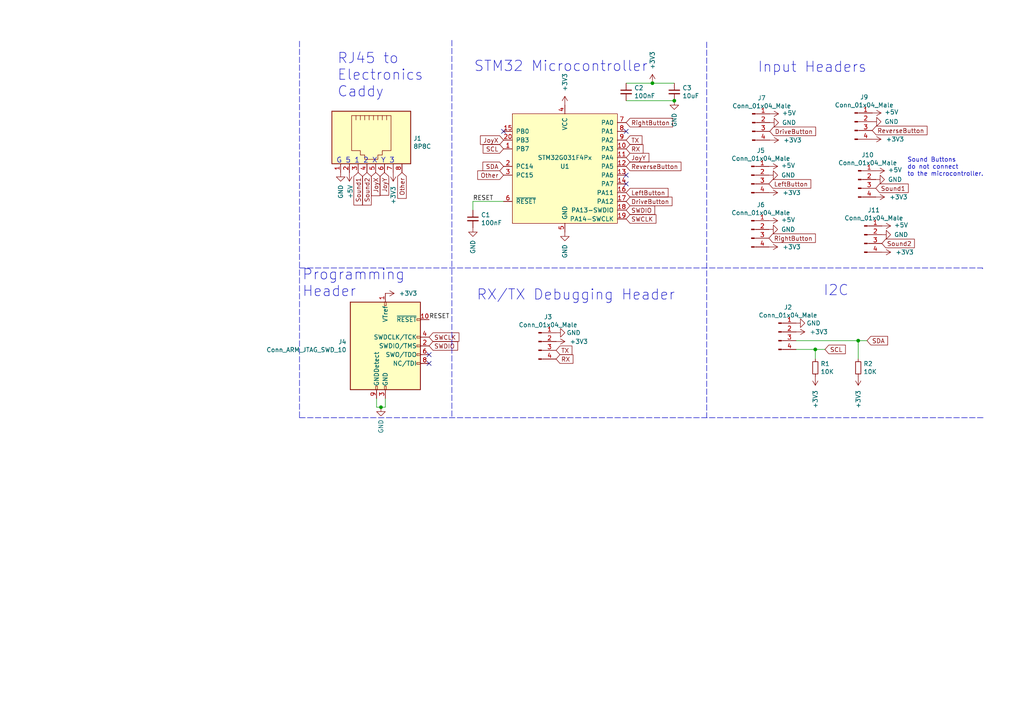
<source format=kicad_sch>
(kicad_sch (version 20211123) (generator eeschema)
  (paper "A4")
  (lib_symbols
    (symbol "Connector:8P8C" (pin_names (offset 1.016))
      (property "Reference" "J" (at -5.08 13.97 0))
      (property "Value" "8P8C" (at 2.54 13.97 0))
      (symbol "8P8C_0_1"
        (polyline (pts (xy -5.08 4.445) (xy -6.35 4.445)))
        (polyline (pts (xy -5.08 5.715) (xy -6.35 5.715)))
        (polyline (pts (xy -6.35 -3.175) (xy -5.08 -3.175) (xy -5.08 -3.175)))
        (polyline (pts (xy -6.35 -1.905) (xy -5.08 -1.905) (xy -5.08 -1.905)))
        (polyline (pts (xy -6.35 -0.635) (xy -5.08 -0.635) (xy -5.08 -0.635)))
        (polyline (pts (xy -6.35 0.635) (xy -5.08 0.635) (xy -5.08 0.635)))
        (polyline (pts (xy -6.35 1.905) (xy -5.08 1.905) (xy -5.08 1.905)))
        (polyline (pts (xy -5.08 3.175) (xy -6.35 3.175) (xy -6.35 3.175)))
        (polyline (pts (xy -6.35 -4.445) (xy -6.35 6.985) (xy 3.81 6.985) (xy 3.81 4.445) (xy 5.08 4.445) (xy 5.08 3.175) (xy 6.35 3.175) (xy 6.35 -0.635) (xy 5.08 -0.635) (xy 5.08 -1.905) (xy 3.81 -1.905) (xy 3.81 -4.445) (xy -6.35 -4.445) (xy -6.35 -4.445)))
        (rectangle (start 7.62 12.7) (end -7.62 -10.16) (stroke (width 0.254)) (fill (type background)))
      )
      (symbol "8P8C_1_1"
        (pin passive line (at 10.16 -7.62 180) (length 2.54) (name "~") (number "1"))
        (pin passive line (at 10.16 -5.08 180) (length 2.54) (name "~") (number "2"))
        (pin passive line (at 10.16 -2.54 180) (length 2.54) (name "~") (number "3"))
        (pin passive line (at 10.16 0 180) (length 2.54) (name "~") (number "4"))
        (pin passive line (at 10.16 2.54 180) (length 2.54) (name "~") (number "5"))
        (pin passive line (at 10.16 5.08 180) (length 2.54) (name "~") (number "6"))
        (pin passive line (at 10.16 7.62 180) (length 2.54) (name "~") (number "7"))
        (pin passive line (at 10.16 10.16 180) (length 2.54) (name "~") (number "8"))
      )
    )
    (symbol "Connector:Conn_01x04_Male" (pin_names (offset 1.016) hide)
      (property "Reference" "J" (at 0 5.08 0))
      (property "Value" "Conn_01x04_Male" (at 0 -7.62 0))
      (symbol "Conn_01x04_Male_1_1"
        (polyline (pts (xy 1.27 -5.08) (xy 0.8636 -5.08)) (stroke (width 0.1524)))
        (polyline (pts (xy 1.27 -2.54) (xy 0.8636 -2.54)) (stroke (width 0.1524)))
        (polyline (pts (xy 1.27 0) (xy 0.8636 0)) (stroke (width 0.1524)))
        (polyline (pts (xy 1.27 2.54) (xy 0.8636 2.54)) (stroke (width 0.1524)))
        (rectangle (start 0.8636 -4.953) (end 0 -5.207) (stroke (width 0.1524)) (fill (type outline)))
        (rectangle (start 0.8636 -2.413) (end 0 -2.667) (stroke (width 0.1524)) (fill (type outline)))
        (rectangle (start 0.8636 0.127) (end 0 -0.127) (stroke (width 0.1524)) (fill (type outline)))
        (rectangle (start 0.8636 2.667) (end 0 2.413) (stroke (width 0.1524)) (fill (type outline)))
        (pin passive line (at 5.08 2.54 180) (length 3.81) (name "Pin_1") (number "1"))
        (pin passive line (at 5.08 0 180) (length 3.81) (name "Pin_2") (number "2"))
        (pin passive line (at 5.08 -2.54 180) (length 3.81) (name "Pin_3") (number "3"))
        (pin passive line (at 5.08 -5.08 180) (length 3.81) (name "Pin_4") (number "4"))
      )
    )
    (symbol "Connector:Conn_ARM_JTAG_SWD_10" (pin_names (offset 1.016))
      (property "Reference" "J" (at -2.54 16.51 0))
      (property "Value" "Conn_ARM_JTAG_SWD_10" (at -2.54 13.97 0))
      (symbol "Conn_ARM_JTAG_SWD_10_0_1"
        (rectangle (start -10.16 12.7) (end 10.16 -12.7) (stroke (width 0.254)) (fill (type background)))
        (rectangle (start -2.794 -12.7) (end -2.286 -11.684))
        (rectangle (start -0.254 -12.7) (end 0.254 -11.684))
        (rectangle (start -0.254 12.7) (end 0.254 11.684))
        (rectangle (start 9.144 2.286) (end 10.16 2.794))
        (rectangle (start 10.16 -2.794) (end 9.144 -2.286))
        (rectangle (start 10.16 -0.254) (end 9.144 0.254))
        (rectangle (start 10.16 7.874) (end 9.144 7.366))
      )
      (symbol "Conn_ARM_JTAG_SWD_10_1_1"
        (rectangle (start 9.144 -5.334) (end 10.16 -4.826))
        (pin power_in line (at 0 15.24 270) (length 2.54) (name "VTref") (number "1"))
        (pin open_collector line (at 12.7 7.62 180) (length 2.54) (name "~{RESET}") (number "10"))
        (pin bidirectional line (at 12.7 0 180) (length 2.54) (name "SWDIO/TMS") (number "2"))
        (pin power_in line (at 0 -15.24 90) (length 2.54) (name "GND") (number "3"))
        (pin output line (at 12.7 2.54 180) (length 2.54) (name "SWDCLK/TCK") (number "4"))
        (pin passive line (at 0 -15.24 90) (length 2.54) hide (name "GND") (number "5"))
        (pin input line (at 12.7 -2.54 180) (length 2.54) (name "SWO/TDO") (number "6"))
        (pin no_connect line (at -10.16 0 0) (length 2.54) hide (name "KEY") (number "7"))
        (pin output line (at 12.7 -5.08 180) (length 2.54) (name "NC/TDI") (number "8"))
        (pin passive line (at -2.54 -15.24 90) (length 2.54) (name "GNDDetect") (number "9"))
      )
    )
    (symbol "Device:C_Small" (pin_numbers hide) (pin_names (offset 0.254) hide)
      (property "Reference" "C" (at 0.254 1.778 0))
      (property "Value" "C_Small" (at 0.254 -2.032 0))
      (symbol "C_Small_0_1"
        (polyline (pts (xy -1.524 -0.508) (xy 1.524 -0.508)) (stroke (width 0.3302)))
        (polyline (pts (xy -1.524 0.508) (xy 1.524 0.508)) (stroke (width 0.3048)))
      )
      (symbol "C_Small_1_1"
        (pin passive line (at 0 2.54 270) (length 2.032) (name "~") (number "1"))
        (pin passive line (at 0 -2.54 90) (length 2.032) (name "~") (number "2"))
      )
    )
    (symbol "Device:R_Small" (pin_numbers hide) (pin_names (offset 0.254) hide)
      (property "Reference" "R" (at 0.762 0.508 0))
      (property "Value" "R_Small" (at 0.762 -1.016 0))
      (symbol "R_Small_0_1"
        (rectangle (start -0.762 1.778) (end 0.762 -1.778) (stroke (width 0.2032)))
      )
      (symbol "R_Small_1_1"
        (pin passive line (at 0 2.54 270) (length 0.762) (name "~") (number "1"))
        (pin passive line (at 0 -2.54 90) (length 0.762) (name "~") (number "2"))
      )
    )
    (symbol "STM32:STM32G031F4Px" (pin_names (offset 1.016))
      (property "Reference" "U" (at 0 0 0))
      (property "Value" "STM32G031F4Px" (at 0 3.81 0))
      (symbol "STM32G031F4Px_0_1"
        (rectangle (start -15.24 15.24) (end 15.24 -16.51) (fill (type background)))
      )
      (symbol "STM32G031F4Px_1_1"
        (pin bidirectional line (at -17.78 5.08 0) (length 2.54) (name "PB7") (number "1"))
        (pin bidirectional line (at 17.78 5.08 180) (length 2.54) (name "PA3") (number "10"))
        (pin bidirectional line (at 17.78 2.54 180) (length 2.54) (name "PA4") (number "11"))
        (pin bidirectional line (at 17.78 0 180) (length 2.54) (name "PA5") (number "12"))
        (pin bidirectional line (at 17.78 -2.54 180) (length 2.54) (name "PA6") (number "13"))
        (pin bidirectional line (at 17.78 -5.08 180) (length 2.54) (name "PA7") (number "14"))
        (pin bidirectional line (at -17.78 10.16 0) (length 2.54) (name "PB0") (number "15"))
        (pin bidirectional line (at 17.78 -7.62 180) (length 2.54) (name "PA11") (number "16"))
        (pin bidirectional line (at 17.78 -10.16 180) (length 2.54) (name "PA12") (number "17"))
        (pin bidirectional line (at 17.78 -12.7 180) (length 2.54) (name "PA13-SWDIO") (number "18"))
        (pin bidirectional line (at 17.78 -15.24 180) (length 2.54) (name "PA14-SWCLK") (number "19"))
        (pin bidirectional line (at -17.78 0 0) (length 2.54) (name "PC14") (number "2"))
        (pin bidirectional line (at -17.78 7.62 0) (length 2.54) (name "PB3") (number "20"))
        (pin bidirectional line (at -17.78 -2.54 0) (length 2.54) (name "PC15") (number "3"))
        (pin power_in line (at 0 17.78 270) (length 2.54) (name "VCC") (number "4"))
        (pin power_in line (at 0 -19.05 90) (length 2.54) (name "GND") (number "5"))
        (pin input line (at -17.78 -10.16 0) (length 2.54) (name "~{RESET}") (number "6"))
        (pin bidirectional line (at 17.78 12.7 180) (length 2.54) (name "PA0") (number "7"))
        (pin bidirectional line (at 17.78 10.16 180) (length 2.54) (name "PA1") (number "8"))
        (pin bidirectional line (at 17.78 7.62 180) (length 2.54) (name "PA2") (number "9"))
      )
    )
    (symbol "power:+3.3V" (power) (pin_names (offset 0))
      (property "Value" "+3.3V" (at 0 3.556 0))
      (symbol "+3.3V_0_1"
        (polyline (pts (xy -0.762 1.27) (xy 0 2.54)))
        (polyline (pts (xy 0 0) (xy 0 2.54)))
        (polyline (pts (xy 0 2.54) (xy 0.762 1.27)))
      )
      (symbol "+3.3V_1_1"
        (pin power_in line (at 0 0 90) (length 0) hide (name "+3V3") (number "1"))
      )
    )
    (symbol "power:+5V" (power) (pin_names (offset 0))
      (property "Value" "+5V" (at 0 3.556 0))
      (symbol "+5V_0_1"
        (polyline (pts (xy -0.762 1.27) (xy 0 2.54)))
        (polyline (pts (xy 0 0) (xy 0 2.54)))
        (polyline (pts (xy 0 2.54) (xy 0.762 1.27)))
      )
      (symbol "+5V_1_1"
        (pin power_in line (at 0 0 90) (length 0) hide (name "+5V") (number "1"))
      )
    )
    (symbol "power:GND" (power) (pin_names (offset 0))
      (property "Value" "GND" (at 0 -3.81 0))
      (symbol "GND_0_1"
        (polyline (pts (xy 0 0) (xy 0 -1.27) (xy 1.27 -1.27) (xy 0 -2.54) (xy -1.27 -1.27) (xy 0 -1.27)))
      )
      (symbol "GND_1_1"
        (pin power_in line (at 0 0 270) (length 0) hide (name "GND") (number "1"))
      )
    )
  )
  (junction (at 189.23 24.13))
  (junction (at 236.474 101.346))
  (junction (at 110.49 118.11))
  (junction (at 195.58 29.21))
  (junction (at 248.92 98.806))
  (no_connect (at 146.05 38.1))
  (no_connect (at 181.61 38.1))
  (no_connect (at 124.46 105.41))
  (no_connect (at 181.61 50.8))
  (no_connect (at 124.46 102.87))
  (no_connect (at 181.61 53.34))
  (polyline (pts (xy 86.868 11.938) (xy 86.868 121.158)))
  (wire (pts (xy 230.886 101.346) (xy 236.474 101.346)))
  (wire (pts (xy 181.61 24.13) (xy 189.23 24.13)))
  (wire (pts (xy 137.16 60.96) (xy 137.16 58.42)))
  (polyline (pts (xy 284.988 77.724) (xy 284.988 77.978)))
  (wire (pts (xy 111.76 118.11) (xy 110.49 118.11)))
  (wire (pts (xy 189.23 24.13) (xy 195.58 24.13)))
  (polyline (pts (xy 131.064 11.684) (xy 131.064 121.158)))
  (polyline (pts (xy 86.868 77.724) (xy 284.988 77.724)))
  (wire (pts (xy 109.22 115.57) (xy 109.22 118.11)))
  (polyline (pts (xy 86.868 121.158) (xy 285.242 121.158)))
  (wire (pts (xy 248.92 104.14) (xy 248.92 98.806)))
  (wire (pts (xy 111.76 115.57) (xy 111.76 118.11)))
  (wire (pts (xy 181.61 29.21) (xy 195.58 29.21)))
  (wire (pts (xy 109.22 118.11) (xy 110.49 118.11)))
  (polyline (pts (xy 204.978 12.192) (xy 204.978 121.158)))
  (wire (pts (xy 230.886 98.806) (xy 248.92 98.806)))
  (wire (pts (xy 236.474 101.346) (xy 236.474 104.14)))
  (wire (pts (xy 248.92 98.806) (xy 251.46 98.806)))
  (wire (pts (xy 239.268 101.346) (xy 236.474 101.346)))
  (wire (pts (xy 146.05 58.42) (xy 137.16 58.42)))
  (text "RX/TX Debugging Header" (at 138.176 87.376 0) (effects (font (size 2.9972 2.9972)) (justify left bottom)))
  (text "RJ45 to \nElectronics\nCaddy" (at 97.79 28.448 0) (effects (font (size 2.9972 2.9972)) (justify left bottom)))
  (text "Input Headers" (at 219.71 21.336 0) (effects (font (size 2.9972 2.9972)) (justify left bottom)))
  (text "Sound Buttons \ndo not connect \nto the microcontroller." (at 263.144 51.308 0) (effects (font (size 1.27 1.27)) (justify left bottom)))
  (text "I2C" (at 238.76 86.106 0) (effects (font (size 2.9972 2.9972)) (justify left bottom)))
  (text "STM32 Microcontroller" (at 137.414 21.082 0) (effects (font (size 2.9972 2.9972)) (justify left bottom)))
  (text "Programming\nHeader" (at 87.63 86.36 0) (effects (font (size 2.9972 2.9972)) (justify left bottom)))
  (text "G 5 1 2 X Y 3" (at 97.536 47.498 0) (effects (font (size 1.4986 1.4986)) (justify left bottom)))
  (label "RESET" (at 137.16 58.42 0))
  (label "RESET" (at 124.46 92.71 0))
  (global_label "Sound1" (shape input) (at 103.886 50.038 270) (property "Intersheet References" "${INTERSHEET_REFS}" (effects hide)))
  (global_label "Other" (shape input) (at 116.586 50.038 270) (property "Intersheet References" "${INTERSHEET_REFS}" (effects hide)))
  (global_label "LeftButton" (shape input) (at 223.012 53.34 0) (property "Intersheet References" "${INTERSHEET_REFS}" (effects hide)))
  (global_label "DriveButton" (shape input) (at 181.61 58.42 0) (property "Intersheet References" "${INTERSHEET_REFS}" (effects hide)))
  (global_label "ReverseButton" (shape input) (at 252.984 37.846 0) (property "Intersheet References" "${INTERSHEET_REFS}" (effects hide)))
  (global_label "ReverseButton" (shape input) (at 181.61 48.26 0) (property "Intersheet References" "${INTERSHEET_REFS}" (effects hide)))
  (global_label "RX" (shape input) (at 181.61 43.18 0) (property "Intersheet References" "${INTERSHEET_REFS}" (effects hide)))
  (global_label "Sound2" (shape input) (at 106.426 50.038 270) (property "Intersheet References" "${INTERSHEET_REFS}" (effects hide)))
  (global_label "SDA" (shape input) (at 251.46 98.806 0) (property "Intersheet References" "${INTERSHEET_REFS}" (effects hide)))
  (global_label "SWDIO" (shape input) (at 124.46 100.33 0) (property "Intersheet References" "${INTERSHEET_REFS}" (effects hide)))
  (global_label "SDA" (shape input) (at 146.05 48.26 180) (property "Intersheet References" "${INTERSHEET_REFS}" (effects hide)))
  (global_label "DriveButton" (shape input) (at 223.266 38.1 0) (property "Intersheet References" "${INTERSHEET_REFS}" (effects hide)))
  (global_label "JoyX" (shape input) (at 146.05 40.64 180) (property "Intersheet References" "${INTERSHEET_REFS}" (effects hide)))
  (global_label "TX" (shape input) (at 181.61 40.64 0) (property "Intersheet References" "${INTERSHEET_REFS}" (effects hide)))
  (global_label "TX" (shape input) (at 161.29 101.6 0) (property "Intersheet References" "${INTERSHEET_REFS}" (effects hide)))
  (global_label "SWCLK" (shape input) (at 124.46 97.79 0) (property "Intersheet References" "${INTERSHEET_REFS}" (effects hide)))
  (global_label "SWCLK" (shape input) (at 181.61 63.5 0) (property "Intersheet References" "${INTERSHEET_REFS}" (effects hide)))
  (global_label "SCL" (shape input) (at 146.05 43.18 180) (property "Intersheet References" "${INTERSHEET_REFS}" (effects hide)))
  (global_label "RightButton" (shape input) (at 223.012 69.088 0) (property "Intersheet References" "${INTERSHEET_REFS}" (effects hide)))
  (global_label "Sound1" (shape input) (at 254 54.61 0) (property "Intersheet References" "${INTERSHEET_REFS}" (effects hide)))
  (global_label "Sound2" (shape input) (at 255.778 70.612 0) (property "Intersheet References" "${INTERSHEET_REFS}" (effects hide)))
  (global_label "LeftButton" (shape input) (at 181.61 55.88 0) (property "Intersheet References" "${INTERSHEET_REFS}" (effects hide)))
  (global_label "JoyX" (shape input) (at 108.966 50.038 270) (property "Intersheet References" "${INTERSHEET_REFS}" (effects hide)))
  (global_label "SWDIO" (shape input) (at 181.61 60.96 0) (property "Intersheet References" "${INTERSHEET_REFS}" (effects hide)))
  (global_label "RightButton" (shape input) (at 181.61 35.56 0) (property "Intersheet References" "${INTERSHEET_REFS}" (effects hide)))
  (global_label "Other" (shape input) (at 146.05 50.8 180) (property "Intersheet References" "${INTERSHEET_REFS}" (effects hide)))
  (global_label "SCL" (shape input) (at 239.268 101.346 0) (property "Intersheet References" "${INTERSHEET_REFS}" (effects hide)))
  (global_label "JoyY" (shape input) (at 181.61 45.72 0) (property "Intersheet References" "${INTERSHEET_REFS}" (effects hide)))
  (global_label "RX" (shape input) (at 161.29 104.14 0) (property "Intersheet References" "${INTERSHEET_REFS}" (effects hide)))
  (global_label "JoyY" (shape input) (at 111.506 50.038 270) (property "Intersheet References" "${INTERSHEET_REFS}" (effects hide)))
  (symbol (lib_id "Connector:8P8C") (at 106.426 39.878 270) (unit 1)
    (property "Reference" "J1" (at 119.888 40.1574 90) (effects (justify left)))
    (property "Value" "8P8C" (at 119.888 42.4688 90) (effects (justify left)))
    (property "Footprint" "Useful Modifications:RJ45_x08_Tab_Up" (effects hide))
  )
  (symbol (lib_id "power:GND") (at 98.806 50.038 0) (unit 1)
    (property "Reference" "#PWR05" (effects hide))
    (property "Value" "GND" (at 98.806 55.626 90))
  )
  (symbol (lib_id "power:+3.3V") (at 114.046 50.038 180) (unit 1)
    (property "Reference" "#PWR010" (effects hide))
    (property "Value" "+3.3V" (at 114.046 56.642 90))
  )
  (symbol (lib_id "power:+5V") (at 101.346 50.038 180) (unit 1)
    (property "Reference" "#PWR06" (effects hide))
    (property "Value" "+5V" (at 101.6 55.626 90))
  )
  (symbol (lib_id "power:GND") (at 163.83 67.31 0) (unit 1)
    (property "Reference" "#PWR016" (effects hide))
    (property "Value" "GND" (at 163.83 72.898 90))
  )
  (symbol (lib_id "power:+3.3V") (at 163.83 30.48 0) (unit 1)
    (property "Reference" "#PWR029" (effects hide))
    (property "Value" "+3.3V" (at 163.83 23.876 90))
  )
  (symbol (lib_id "Connector:Conn_01x04_Male") (at 225.806 96.266 0) (unit 1)
    (property "Reference" "J2" (at 228.5492 89.1286 0))
    (property "Value" "Conn_01x04_Male" (at 228.5492 91.44 0))
    (property "Footprint" "Connector_JST:JST_SH_BM04B-SRSS-TB_1x04-1MP_P1.00mm_Vertical" (effects hide))
  )
  (symbol (lib_id "power:GND") (at 230.886 93.726 90) (unit 1)
    (property "Reference" "#PWR03" (effects hide))
    (property "Value" "GND" (at 235.966 93.726 90))
  )
  (symbol (lib_id "power:+3.3V") (at 230.886 96.266 270) (unit 1)
    (property "Reference" "#PWR04" (effects hide))
    (property "Value" "+3.3V" (at 237.49 96.266 90))
  )
  (symbol (lib_id "Device:R_Small") (at 248.92 106.68 0) (unit 1)
    (property "Reference" "R2" (at 250.4186 105.5116 0) (effects (justify left)))
    (property "Value" "10K" (at 250.4186 107.823 0) (effects (justify left)))
    (property "Footprint" "Resistor_SMD:R_0805_2012Metric_Pad1.15x1.40mm_HandSolder" (effects hide))
  )
  (symbol (lib_id "Device:R_Small") (at 236.474 106.68 0) (unit 1)
    (property "Reference" "R1" (at 237.9726 105.5116 0) (effects (justify left)))
    (property "Value" "10K" (at 237.9726 107.823 0) (effects (justify left)))
    (property "Footprint" "Resistor_SMD:R_0805_2012Metric_Pad1.15x1.40mm_HandSolder" (effects hide))
  )
  (symbol (lib_id "power:+3.3V") (at 236.474 109.22 180) (unit 1)
    (property "Reference" "#PWR07" (effects hide))
    (property "Value" "+3.3V" (at 236.474 115.824 90))
  )
  (symbol (lib_id "power:+3.3V") (at 248.92 109.22 180) (unit 1)
    (property "Reference" "#PWR022" (effects hide))
    (property "Value" "+3.3V" (at 248.92 115.824 90))
  )
  (symbol (lib_id "Connector:Conn_01x04_Male") (at 156.21 99.06 0) (unit 1)
    (property "Reference" "J3" (at 158.9532 91.9226 0))
    (property "Value" "Conn_01x04_Male" (at 158.9532 94.234 0))
    (property "Footprint" "Connector_JST:JST_SH_BM04B-SRSS-TB_1x04-1MP_P1.00mm_Vertical" (effects hide))
  )
  (symbol (lib_id "power:GND") (at 161.29 96.52 90) (unit 1)
    (property "Reference" "#PWR01" (effects hide))
    (property "Value" "GND" (at 166.37 96.52 90))
  )
  (symbol (lib_id "power:+3.3V") (at 161.29 99.06 270) (unit 1)
    (property "Reference" "#PWR02" (effects hide))
    (property "Value" "+3.3V" (at 167.894 99.06 90))
  )
  (symbol (lib_id "Connector:Conn_01x04_Male") (at 218.186 35.56 0) (unit 1)
    (property "Reference" "J7" (at 220.9292 28.4226 0))
    (property "Value" "Conn_01x04_Male" (at 220.9292 30.734 0))
    (property "Footprint" "Connector_PinHeader_2.54mm:PinHeader_1x04_P2.54mm_Vertical" (effects hide))
  )
  (symbol (lib_id "power:+5V") (at 223.266 33.02 270) (unit 1)
    (property "Reference" "#PWR015" (effects hide))
    (property "Value" "+5V" (at 228.854 32.766 90))
  )
  (symbol (lib_id "power:+3.3V") (at 223.266 40.64 270) (unit 1)
    (property "Reference" "#PWR018" (effects hide))
    (property "Value" "+3.3V" (at 229.87 40.64 90))
  )
  (symbol (lib_id "power:GND") (at 223.266 35.56 90) (unit 1)
    (property "Reference" "#PWR017" (effects hide))
    (property "Value" "GND" (at 228.854 35.56 90))
  )
  (symbol (lib_id "Connector:Conn_01x04_Male") (at 217.932 50.8 0) (unit 1)
    (property "Reference" "J5" (at 220.6752 43.6626 0))
    (property "Value" "Conn_01x04_Male" (at 220.6752 45.974 0))
    (property "Footprint" "Connector_PinHeader_2.54mm:PinHeader_1x04_P2.54mm_Vertical" (effects hide))
  )
  (symbol (lib_id "power:+5V") (at 223.012 48.26 270) (unit 1)
    (property "Reference" "#PWR08" (effects hide))
    (property "Value" "+5V" (at 228.6 48.006 90))
  )
  (symbol (lib_id "power:+3.3V") (at 223.012 55.88 270) (unit 1)
    (property "Reference" "#PWR011" (effects hide))
    (property "Value" "+3.3V" (at 229.616 55.88 90))
  )
  (symbol (lib_id "power:GND") (at 223.012 50.8 90) (unit 1)
    (property "Reference" "#PWR09" (effects hide))
    (property "Value" "GND" (at 228.6 50.8 90))
  )
  (symbol (lib_id "Connector:Conn_01x04_Male") (at 217.932 66.548 0) (unit 1)
    (property "Reference" "J6" (at 220.6752 59.4106 0))
    (property "Value" "Conn_01x04_Male" (at 220.6752 61.722 0))
    (property "Footprint" "Connector_PinHeader_2.54mm:PinHeader_1x04_P2.54mm_Vertical" (effects hide))
  )
  (symbol (lib_id "power:+5V") (at 223.012 64.008 270) (unit 1)
    (property "Reference" "#PWR012" (effects hide))
    (property "Value" "+5V" (at 228.6 63.754 90))
  )
  (symbol (lib_id "power:+3.3V") (at 223.012 71.628 270) (unit 1)
    (property "Reference" "#PWR014" (effects hide))
    (property "Value" "+3.3V" (at 229.616 71.628 90))
  )
  (symbol (lib_id "power:GND") (at 223.012 66.548 90) (unit 1)
    (property "Reference" "#PWR013" (effects hide))
    (property "Value" "GND" (at 228.6 66.548 90))
  )
  (symbol (lib_id "Connector:Conn_01x04_Male") (at 247.904 35.306 0) (unit 1)
    (property "Reference" "J9" (at 250.6472 28.1686 0))
    (property "Value" "Conn_01x04_Male" (at 250.6472 30.48 0))
    (property "Footprint" "Connector_PinHeader_2.54mm:PinHeader_1x04_P2.54mm_Vertical" (effects hide))
  )
  (symbol (lib_id "power:+5V") (at 252.984 32.766 270) (unit 1)
    (property "Reference" "#PWR024" (effects hide))
    (property "Value" "+5V" (at 258.572 32.512 90))
  )
  (symbol (lib_id "power:+3.3V") (at 252.984 40.386 270) (unit 1)
    (property "Reference" "#PWR026" (effects hide))
    (property "Value" "+3.3V" (at 259.588 40.386 90))
  )
  (symbol (lib_id "power:GND") (at 252.984 35.306 90) (unit 1)
    (property "Reference" "#PWR025" (effects hide))
    (property "Value" "GND" (at 258.572 35.306 90))
  )
  (symbol (lib_id "Connector:Conn_01x04_Male") (at 248.92 52.07 0) (unit 1)
    (property "Reference" "J10" (at 251.6632 44.9326 0))
    (property "Value" "Conn_01x04_Male" (at 251.6632 47.244 0))
    (property "Footprint" "Connector_PinHeader_2.54mm:PinHeader_1x04_P2.54mm_Vertical" (effects hide))
  )
  (symbol (lib_id "power:+5V") (at 254 49.53 270) (unit 1)
    (property "Reference" "#PWR027" (effects hide))
    (property "Value" "+5V" (at 259.588 49.276 90))
  )
  (symbol (lib_id "power:+3.3V") (at 254 57.15 270) (unit 1)
    (property "Reference" "#PWR031" (effects hide))
    (property "Value" "+3.3V" (at 260.604 57.15 90))
  )
  (symbol (lib_id "power:GND") (at 254 52.07 90) (unit 1)
    (property "Reference" "#PWR030" (effects hide))
    (property "Value" "GND" (at 259.588 52.07 90))
  )
  (symbol (lib_id "Connector:Conn_01x04_Male") (at 250.698 68.072 0) (unit 1)
    (property "Reference" "J11" (at 253.4412 60.9346 0))
    (property "Value" "Conn_01x04_Male" (at 253.4412 63.246 0))
    (property "Footprint" "Connector_PinHeader_2.54mm:PinHeader_1x04_P2.54mm_Vertical" (effects hide))
  )
  (symbol (lib_id "power:+5V") (at 255.778 65.532 270) (unit 1)
    (property "Reference" "#PWR032" (effects hide))
    (property "Value" "+5V" (at 261.366 65.278 90))
  )
  (symbol (lib_id "power:+3.3V") (at 255.778 73.152 270) (unit 1)
    (property "Reference" "#PWR034" (effects hide))
    (property "Value" "+3.3V" (at 262.382 73.152 90))
  )
  (symbol (lib_id "power:GND") (at 255.778 68.072 90) (unit 1)
    (property "Reference" "#PWR033" (effects hide))
    (property "Value" "GND" (at 261.366 68.072 90))
  )
  (symbol (lib_id "STM32:STM32G031F4Px") (at 163.83 48.26 0) (unit 1)
    (property "Reference" "U1" (at 163.83 48.26 0))
    (property "Value" "STM32G031F4Px" (at 163.83 45.72 0))
    (property "Footprint" "Package_SO:TSSOP-20_4.4x6.5mm_P0.65mm" (effects hide))
  )
  (symbol (lib_id "Device:C_Small") (at 181.61 26.67 0) (unit 1)
    (property "Reference" "C2" (at 183.9468 25.5016 0) (effects (justify left)))
    (property "Value" "100nF" (at 183.9468 27.813 0) (effects (justify left)))
    (property "Footprint" "Capacitor_SMD:C_0805_2012Metric" (effects hide))
  )
  (symbol (lib_id "Device:C_Small") (at 195.58 26.67 0) (unit 1)
    (property "Reference" "C3" (at 197.9168 25.5016 0) (effects (justify left)))
    (property "Value" "10uF" (at 197.9168 27.813 0) (effects (justify left)))
    (property "Footprint" "Capacitor_SMD:C_0805_2012Metric" (effects hide))
  )
  (symbol (lib_id "Device:C_Small") (at 137.16 63.5 0) (unit 1)
    (property "Reference" "C1" (at 139.4968 62.3316 0) (effects (justify left)))
    (property "Value" "100nF" (at 139.4968 64.643 0) (effects (justify left)))
    (property "Footprint" "Capacitor_SMD:C_0805_2012Metric" (effects hide))
  )
  (symbol (lib_id "power:+3.3V") (at 189.23 24.13 0) (unit 1)
    (property "Reference" "#PWR023" (effects hide))
    (property "Value" "+3.3V" (at 189.23 17.526 90))
  )
  (symbol (lib_id "power:GND") (at 195.58 29.21 0) (unit 1)
    (property "Reference" "#PWR028" (effects hide))
    (property "Value" "GND" (at 195.58 34.798 90))
  )
  (symbol (lib_id "power:GND") (at 137.16 66.04 0) (unit 1)
    (property "Reference" "#PWR021" (effects hide))
    (property "Value" "GND" (at 137.16 71.628 90))
  )
  (symbol (lib_id "Connector:Conn_ARM_JTAG_SWD_10") (at 111.76 100.33 0) (unit 1)
    (property "Reference" "J4" (at 100.5078 99.1616 0) (effects (justify right)))
    (property "Value" "Conn_ARM_JTAG_SWD_10" (at 100.5078 101.473 0) (effects (justify right)))
    (property "Footprint" "Useful Modifications:JTAG_SWD_SMD" (effects hide))
    (property "Datasheet" "http://infocenter.arm.com/help/topic/com.arm.doc.ddi0314h/DDI0314H_coresight_components_trm.pdf" (effects hide))
  )
  (symbol (lib_id "power:+3.3V") (at 111.76 85.09 270) (unit 1)
    (property "Reference" "#PWR020" (effects hide))
    (property "Value" "+3.3V" (at 118.364 85.09 90))
  )
  (symbol (lib_id "power:GND") (at 110.49 118.11 0) (unit 1)
    (property "Reference" "#PWR019" (effects hide))
    (property "Value" "GND" (at 110.49 123.698 90))
  )
)
</source>
